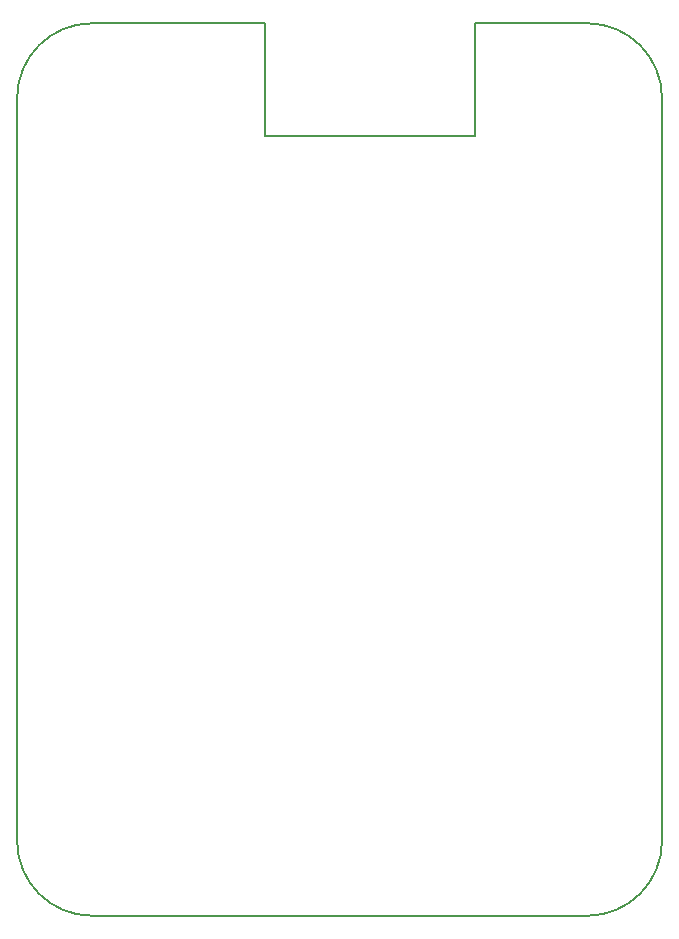
<source format=gbr>
G04 #@! TF.FileFunction,Profile,NP*
%FSLAX46Y46*%
G04 Gerber Fmt 4.6, Leading zero omitted, Abs format (unit mm)*
G04 Created by KiCad (PCBNEW (2015-02-03 BZR 5404)-product) date 9/2/2015 4:33:54 PM*
%MOMM*%
G01*
G04 APERTURE LIST*
%ADD10C,0.100000*%
%ADD11C,0.150000*%
G04 APERTURE END LIST*
D10*
D11*
X46355000Y-36195000D02*
X31750000Y-36195000D01*
X46355000Y-45720000D02*
X46355000Y-36195000D01*
X64135000Y-36195000D02*
X73660000Y-36195000D01*
X64135000Y-45720000D02*
X64135000Y-36195000D01*
X46355000Y-45720000D02*
X64135000Y-45720000D01*
X80010000Y-42545000D02*
X80010000Y-105410000D01*
X31750000Y-111760000D02*
X73660000Y-111760000D01*
X25400000Y-105410000D02*
G75*
G03X31750000Y-111760000I6350000J0D01*
G01*
X25400000Y-105410000D02*
G75*
G03X31750000Y-111760000I6350000J0D01*
G01*
X25400000Y-42545000D02*
X25400000Y-105410000D01*
X80010000Y-42545000D02*
G75*
G03X73660000Y-36195000I-6350000J0D01*
G01*
X80010000Y-42545000D02*
G75*
G03X73660000Y-36195000I-6350000J0D01*
G01*
X73660000Y-111760000D02*
G75*
G03X80010000Y-105410000I0J6350000D01*
G01*
X73660000Y-111760000D02*
G75*
G03X80010000Y-105410000I0J6350000D01*
G01*
X31750000Y-36195000D02*
G75*
G03X25400000Y-42545000I0J-6350000D01*
G01*
M02*

</source>
